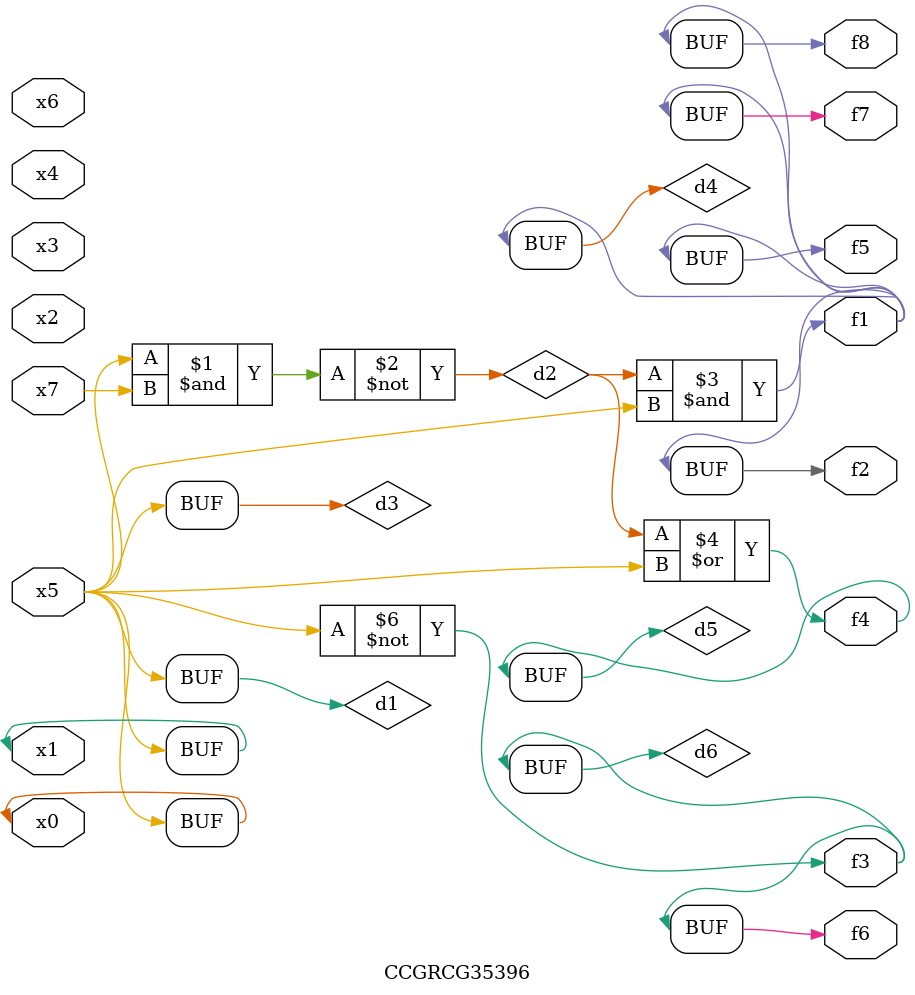
<source format=v>
module CCGRCG35396(
	input x0, x1, x2, x3, x4, x5, x6, x7,
	output f1, f2, f3, f4, f5, f6, f7, f8
);

	wire d1, d2, d3, d4, d5, d6;

	buf (d1, x0, x5);
	nand (d2, x5, x7);
	buf (d3, x0, x1);
	and (d4, d2, d3);
	or (d5, d2, d3);
	nor (d6, d1, d3);
	assign f1 = d4;
	assign f2 = d4;
	assign f3 = d6;
	assign f4 = d5;
	assign f5 = d4;
	assign f6 = d6;
	assign f7 = d4;
	assign f8 = d4;
endmodule

</source>
